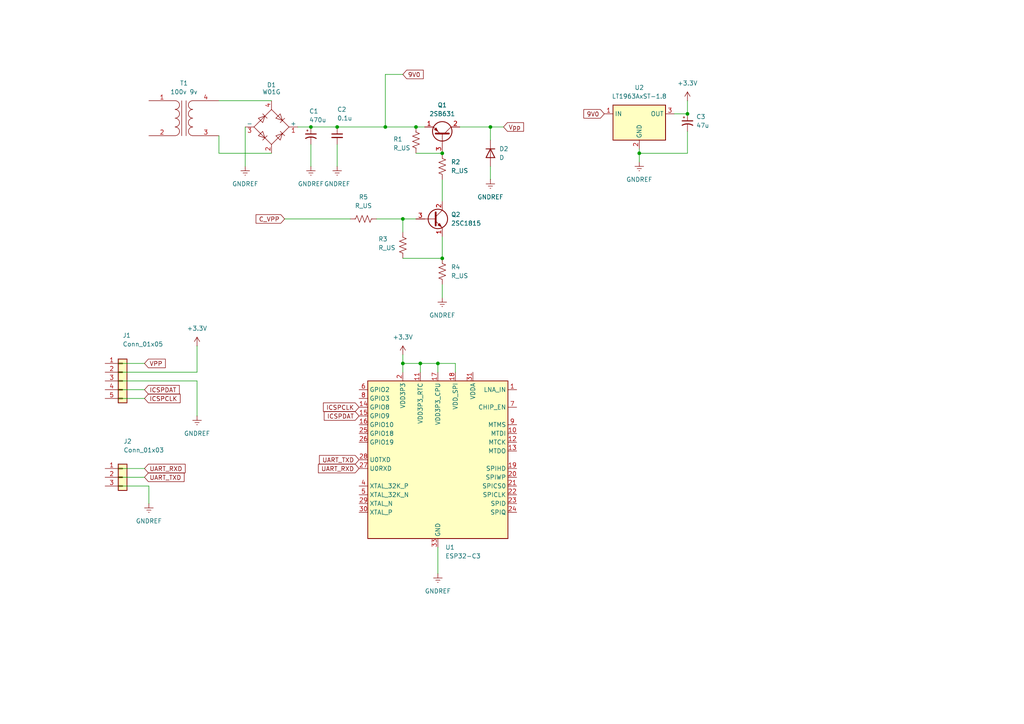
<source format=kicad_sch>
(kicad_sch (version 20250114) (generator "eeschema") (generator_version "9.0")
  (paper "A4")
  (lib_symbols
    (symbol "Connector_Generic:Conn_01x03" (pin_names (offset 1.016) (hide yes))
      (property "Reference" "J" (at 0 5.08 0))
      (property "Value" "Conn_01x03" (at 0 -5.08 0))
      (symbol "Conn_01x03_1_1"
        (rectangle (start -1.27 3.81) (end 1.27 -3.81) (stroke (width 0.254)) (fill (type background)))
        (rectangle (start -1.27 2.667) (end 0 2.413) (stroke (width 0.1524)))
        (rectangle (start -1.27 0.127) (end 0 -0.127) (stroke (width 0.1524)))
        (rectangle (start -1.27 -2.413) (end 0 -2.667) (stroke (width 0.1524)))
        (pin passive line (at -5.08 2.54 0) (length 3.81) (name "Pin_1") (number "1"))
        (pin passive line (at -5.08 0 0) (length 3.81) (name "Pin_2") (number "2"))
        (pin passive line (at -5.08 -2.54 0) (length 3.81) (name "Pin_3") (number "3"))
      )
    )
    (symbol "Connector_Generic:Conn_01x05" (pin_names (offset 1.016) (hide yes))
      (property "Reference" "J" (at 0 7.62 0))
      (property "Value" "Conn_01x05" (at 0 -7.62 0))
      (symbol "Conn_01x05_1_1"
        (rectangle (start -1.27 6.35) (end 1.27 -6.35) (stroke (width 0.254)) (fill (type background)))
        (rectangle (start -1.27 5.207) (end 0 4.953) (stroke (width 0.1524)))
        (rectangle (start -1.27 2.667) (end 0 2.413) (stroke (width 0.1524)))
        (rectangle (start -1.27 0.127) (end 0 -0.127) (stroke (width 0.1524)))
        (rectangle (start -1.27 -2.413) (end 0 -2.667) (stroke (width 0.1524)))
        (rectangle (start -1.27 -4.953) (end 0 -5.207) (stroke (width 0.1524)))
        (pin passive line (at -5.08 5.08 0) (length 3.81) (name "Pin_1") (number "1"))
        (pin passive line (at -5.08 2.54 0) (length 3.81) (name "Pin_2") (number "2"))
        (pin passive line (at -5.08 0 0) (length 3.81) (name "Pin_3") (number "3"))
        (pin passive line (at -5.08 -2.54 0) (length 3.81) (name "Pin_4") (number "4"))
        (pin passive line (at -5.08 -5.08 0) (length 3.81) (name "Pin_5") (number "5"))
      )
    )
    (symbol "Device:C_Polarized_Small_US" (pin_numbers (hide yes)) (pin_names (offset 0.254) (hide yes))
      (property "Reference" "C" (at 0.254 1.778 0))
      (property "Value" "C_Polarized_Small_US" (at 0.254 -2.032 0))
      (symbol "C_Polarized_Small_US_0_1"
        (polyline (pts (xy -1.524 0.508) (xy 1.524 0.508)) (stroke (width 0.3048)))
        (polyline (pts (xy -1.27 1.524) (xy -0.762 1.524)))
        (polyline (pts (xy -1.016 1.27) (xy -1.016 1.778)))
        (arc (start -1.524 -0.762) (mid 0 -0.3734) (end 1.524 -0.762) (stroke (width 0.3048)))
      )
      (symbol "C_Polarized_Small_US_1_1"
        (pin passive line (at 0 2.54 270) (length 2.032) (name "~") (number "1"))
        (pin passive line (at 0 -2.54 90) (length 2.032) (name "~") (number "2"))
      )
    )
    (symbol "Device:C_Small" (pin_numbers (hide yes)) (pin_names (offset 0.254) (hide yes))
      (property "Reference" "C" (at 0.254 1.778 0))
      (property "Value" "C_Small" (at 0.254 -2.032 0))
      (symbol "C_Small_0_1"
        (polyline (pts (xy -1.524 0.508) (xy 1.524 0.508)) (stroke (width 0.3048)))
        (polyline (pts (xy -1.524 -0.508) (xy 1.524 -0.508)) (stroke (width 0.3302)))
      )
      (symbol "C_Small_1_1"
        (pin passive line (at 0 2.54 270) (length 2.032) (name "~") (number "1"))
        (pin passive line (at 0 -2.54 90) (length 2.032) (name "~") (number "2"))
      )
    )
    (symbol "Device:D" (pin_numbers (hide yes)) (pin_names (offset 1.016) (hide yes))
      (property "Reference" "D" (at 0 2.54 0))
      (property "Value" "D" (at 0 -2.54 0))
      (symbol "D_0_1"
        (polyline (pts (xy -1.27 1.27) (xy -1.27 -1.27)) (stroke (width 0.254)))
        (polyline (pts (xy 1.27 1.27) (xy 1.27 -1.27) (xy -1.27 0) (xy 1.27 1.27)) (stroke (width 0.254)))
        (polyline (pts (xy 1.27 0) (xy -1.27 0)))
      )
      (symbol "D_1_1"
        (pin passive line (at -3.81 0 0) (length 2.54) (name "K") (number "1"))
        (pin passive line (at 3.81 0 180) (length 2.54) (name "A") (number "2"))
      )
    )
    (symbol "Device:R_US" (pin_numbers (hide yes)) (pin_names (offset 0))
      (property "Reference" "R" (at 2.54 0 90))
      (property "Value" "R_US" (at -2.54 0 90))
      (symbol "R_US_0_1"
        (polyline (pts (xy 0 2.286) (xy 0 2.54)))
        (polyline (pts (xy 0 2.286) (xy 1.016 1.905) (xy 0 1.524) (xy -1.016 1.143) (xy 0 0.762)))
        (polyline (pts (xy 0 0.762) (xy 1.016 0.381) (xy 0 0) (xy -1.016 -0.381) (xy 0 -0.762)))
        (polyline (pts (xy 0 -0.762) (xy 1.016 -1.143) (xy 0 -1.524) (xy -1.016 -1.905) (xy 0 -2.286)))
        (polyline (pts (xy 0 -2.286) (xy 0 -2.54)))
      )
      (symbol "R_US_1_1"
        (pin passive line (at 0 3.81 270) (length 1.27) (name "~") (number "1"))
        (pin passive line (at 0 -3.81 90) (length 1.27) (name "~") (number "2"))
      )
    )
    (symbol "Device:Transformer_1P_1S" (pin_names (offset 1.016) (hide yes))
      (property "Reference" "T" (at 0 6.35 0))
      (property "Value" "Transformer_1P_1S" (at 0 -7.62 0))
      (symbol "Transformer_1P_1S_0_1"
        (arc (start -1.27 3.81) (mid -1.656 2.9336) (end -2.54 2.5654))
        (arc (start -1.27 1.27) (mid -1.656 0.3936) (end -2.54 0.0254))
        (arc (start -1.27 -1.27) (mid -1.656 -2.1464) (end -2.54 -2.5146))
        (arc (start -1.27 -3.81) (mid -1.656 -4.6864) (end -2.54 -5.0546))
        (arc (start -2.54 5.08) (mid -1.642 4.708) (end -1.27 3.81))
        (arc (start -2.54 2.54) (mid -1.642 2.168) (end -1.27 1.27))
        (arc (start -2.54 0) (mid -1.642 -0.372) (end -1.27 -1.27))
        (arc (start -2.54 -2.54) (mid -1.642 -2.912) (end -1.27 -3.81))
        (polyline (pts (xy -0.635 5.08) (xy -0.635 -5.08)))
        (polyline (pts (xy 0.635 -5.08) (xy 0.635 5.08)))
        (arc (start 1.2954 3.81) (mid 1.6457 4.7117) (end 2.54 5.08))
        (arc (start 1.2954 1.27) (mid 1.6457 2.1717) (end 2.54 2.54))
        (arc (start 1.2954 -1.27) (mid 1.6457 -0.3683) (end 2.54 0))
        (arc (start 2.54 2.5654) (mid 1.6599 2.9299) (end 1.2954 3.81))
        (arc (start 2.54 0.0254) (mid 1.6599 0.3899) (end 1.2954 1.27))
        (arc (start 2.54 -2.5146) (mid 1.6599 -2.1501) (end 1.2954 -1.27))
        (arc (start 1.3208 -3.81) (mid 1.6711 -2.9085) (end 2.5654 -2.54))
        (arc (start 2.5654 -5.0546) (mid 1.6851 -4.6902) (end 1.3208 -3.81))
      )
      (symbol "Transformer_1P_1S_1_1"
        (pin passive line (at -10.16 5.08 0) (length 7.62) (name "AA") (number "1"))
        (pin passive line (at -10.16 -5.08 0) (length 7.62) (name "AB") (number "2"))
        (pin passive line (at 10.16 5.08 180) (length 7.62) (name "SB") (number "4"))
        (pin passive line (at 10.16 -5.08 180) (length 7.62) (name "SA") (number "3"))
      )
    )
    (symbol "Diode_Bridge:W01G" (pin_names (offset 0))
      (property "Reference" "D" (at 2.54 6.985 0))
      (property "Value" "W01G" (at 2.54 5.08 0))
      (symbol "W01G_0_1"
        (polyline (pts (xy -5.08 0) (xy 0 -5.08) (xy 5.08 0) (xy 0 5.08) (xy -5.08 0)))
        (polyline (pts (xy -3.81 2.54) (xy -2.54 1.27) (xy -1.905 3.175) (xy -3.81 2.54)))
        (polyline (pts (xy -2.54 3.81) (xy -1.27 2.54)))
        (polyline (pts (xy -2.54 -1.27) (xy -3.81 -2.54) (xy -1.905 -3.175) (xy -2.54 -1.27)))
        (polyline (pts (xy -1.27 -2.54) (xy -2.54 -3.81)))
        (polyline (pts (xy 1.27 2.54) (xy 2.54 3.81) (xy 3.175 1.905) (xy 1.27 2.54)))
        (polyline (pts (xy 2.54 1.27) (xy 3.81 2.54)))
        (polyline (pts (xy 2.54 -1.27) (xy 3.81 -2.54)))
        (polyline (pts (xy 3.175 -1.905) (xy 1.27 -2.54) (xy 2.54 -3.81) (xy 3.175 -1.905)))
      )
      (symbol "W01G_1_1"
        (pin passive line (at -7.62 0 0) (length 2.54) (name "-") (number "3"))
        (pin passive line (at 0 7.62 270) (length 2.54) (name "~") (number "4"))
        (pin passive line (at 0 -7.62 90) (length 2.54) (name "~") (number "2"))
        (pin passive line (at 7.62 0 180) (length 2.54) (name "+") (number "1"))
      )
    )
    (symbol "MCU_Espressif:ESP32-C3"
      (property "Reference" "U" (at -17.272 23.876 0))
      (property "Value" "ESP32-C3" (at 16.256 23.876 0))
      (symbol "ESP32-C3_1_1"
        (rectangle (start -20.32 22.86) (end 20.32 -22.86) (stroke (width 0.254)) (fill (type background)))
        (pin bidirectional line (at -22.86 20.32 0) (length 2.54) (name "GPIO2") (number "6"))
        (pin bidirectional line (at -22.86 17.78 0) (length 2.54) (name "GPIO3") (number "8"))
        (pin bidirectional line (at -22.86 15.24 0) (length 2.54) (name "GPIO8") (number "14"))
        (pin bidirectional line (at -22.86 12.7 0) (length 2.54) (name "GPIO9") (number "15"))
        (pin bidirectional line (at -22.86 10.16 0) (length 2.54) (name "GPIO10") (number "16"))
        (pin bidirectional line (at -22.86 7.62 0) (length 2.54) (name "GPIO18") (number "25"))
        (pin bidirectional line (at -22.86 5.08 0) (length 2.54) (name "GPIO19") (number "26"))
        (pin bidirectional line (at -22.86 0 0) (length 2.54) (name "U0TXD") (number "28"))
        (pin bidirectional line (at -22.86 -2.54 0) (length 2.54) (name "U0RXD") (number "27"))
        (pin bidirectional line (at -22.86 -7.62 0) (length 2.54) (name "XTAL_32K_P") (number "4"))
        (pin bidirectional line (at -22.86 -10.16 0) (length 2.54) (name "XTAL_32K_N") (number "5"))
        (pin bidirectional line (at -22.86 -12.7 0) (length 2.54) (name "XTAL_N") (number "29"))
        (pin bidirectional line (at -22.86 -15.24 0) (length 2.54) (name "XTAL_P") (number "30"))
        (pin power_in line (at -10.16 25.4 270) (length 2.54) (name "VDD3P3") (number "2"))
        (pin passive line (at -10.16 25.4 270) (length 2.54) (hide yes) (name "VDD3P3") (number "3"))
        (pin power_in line (at -5.08 25.4 270) (length 2.54) (name "VDD3P3_RTC") (number "11"))
        (pin power_in line (at 0 25.4 270) (length 2.54) (name "VDD3P3_CPU") (number "17"))
        (pin power_in line (at 0 -25.4 90) (length 2.54) (name "GND") (number "33"))
        (pin power_out line (at 5.08 25.4 270) (length 2.54) (name "VDD_SPI") (number "18"))
        (pin power_in line (at 10.16 25.4 270) (length 2.54) (name "VDDA") (number "31"))
        (pin passive line (at 10.16 25.4 270) (length 2.54) (hide yes) (name "VDDA") (number "32"))
        (pin bidirectional line (at 22.86 20.32 180) (length 2.54) (name "LNA_IN") (number "1"))
        (pin bidirectional line (at 22.86 15.24 180) (length 2.54) (name "CHIP_EN") (number "7"))
        (pin bidirectional line (at 22.86 10.16 180) (length 2.54) (name "MTMS") (number "9"))
        (pin bidirectional line (at 22.86 7.62 180) (length 2.54) (name "MTDI") (number "10"))
        (pin bidirectional line (at 22.86 5.08 180) (length 2.54) (name "MTCK") (number "12"))
        (pin bidirectional line (at 22.86 2.54 180) (length 2.54) (name "MTDO") (number "13"))
        (pin bidirectional line (at 22.86 -2.54 180) (length 2.54) (name "SPIHD") (number "19"))
        (pin bidirectional line (at 22.86 -5.08 180) (length 2.54) (name "SPIWP") (number "20"))
        (pin bidirectional line (at 22.86 -7.62 180) (length 2.54) (name "SPICS0") (number "21"))
        (pin bidirectional line (at 22.86 -10.16 180) (length 2.54) (name "SPICLK") (number "22"))
        (pin bidirectional line (at 22.86 -12.7 180) (length 2.54) (name "SPID") (number "23"))
        (pin bidirectional line (at 22.86 -15.24 180) (length 2.54) (name "SPIQ") (number "24"))
      )
    )
    (symbol "Regulator_Linear:LT1963AxST-1.8"
      (property "Reference" "U" (at -7.62 6.35 0))
      (property "Value" "LT1963AxST-1.8" (at -1.27 6.35 0))
      (symbol "LT1963AxST-1.8_0_1"
        (rectangle (start -7.62 5.08) (end 7.62 -5.08) (stroke (width 0.254)) (fill (type background)))
      )
      (symbol "LT1963AxST-1.8_1_1"
        (pin power_in line (at -10.16 2.54 0) (length 2.54) (name "IN") (number "1"))
        (pin power_in line (at 0 -7.62 90) (length 2.54) (name "GND") (number "2"))
        (pin power_out line (at 10.16 2.54 180) (length 2.54) (name "OUT") (number "3"))
      )
    )
    (symbol "Transistor_BJT:2SB631" (pin_names (offset 0) (hide yes))
      (property "Reference" "Q" (at 5.08 1.905 0))
      (property "Value" "2SB631" (at 5.08 0 0))
      (symbol "2SB631_0_1"
        (polyline (pts (xy -2.54 0) (xy 0.635 0)))
        (polyline (pts (xy 0.635 1.905) (xy 0.635 -1.905)) (stroke (width 0.508)))
        (polyline (pts (xy 0.635 0.635) (xy 2.54 2.54)))
        (polyline (pts (xy 0.635 -0.635) (xy 2.54 -2.54)))
        (circle (center 1.27 0) (radius 2.8194) (stroke (width 0.254)))
        (polyline (pts (xy 2.286 -1.778) (xy 1.778 -2.286) (xy 1.27 -1.27) (xy 2.286 -1.778)) (fill (type outline)))
      )
      (symbol "2SB631_1_1"
        (pin input line (at -5.08 0 0) (length 2.54) (name "B") (number "3"))
        (pin passive line (at 2.54 5.08 270) (length 2.54) (name "C") (number "2"))
        (pin passive line (at 2.54 -5.08 90) (length 2.54) (name "E") (number "1"))
      )
    )
    (symbol "Transistor_BJT:2SC1815" (pin_names (offset 0) (hide yes))
      (property "Reference" "Q" (at 5.08 1.905 0))
      (property "Value" "2SC1815" (at 5.08 0 0))
      (symbol "2SC1815_0_1"
        (polyline (pts (xy -2.54 0) (xy 0.635 0)))
        (polyline (pts (xy 0.635 1.905) (xy 0.635 -1.905)) (stroke (width 0.508)))
        (circle (center 1.27 0) (radius 2.8194) (stroke (width 0.254)))
      )
      (symbol "2SC1815_1_1"
        (polyline (pts (xy 0.635 0.635) (xy 2.54 2.54)))
        (polyline (pts (xy 0.635 -0.635) (xy 2.54 -2.54)))
        (polyline (pts (xy 1.27 -1.778) (xy 1.778 -1.27) (xy 2.286 -2.286) (xy 1.27 -1.778)) (fill (type outline)))
        (pin input line (at -5.08 0 0) (length 2.54) (name "B") (number "3"))
        (pin passive line (at 2.54 5.08 270) (length 2.54) (name "C") (number "2"))
        (pin passive line (at 2.54 -5.08 90) (length 2.54) (name "E") (number "1"))
      )
    )
    (symbol "power:+3.3V" (power) (pin_numbers (hide yes)) (pin_names (offset 0) (hide yes))
      (property "Value" "+3.3V" (at 0 3.556 0))
      (symbol "+3.3V_0_1"
        (polyline (pts (xy -0.762 1.27) (xy 0 2.54)))
        (polyline (pts (xy 0 2.54) (xy 0.762 1.27)))
        (polyline (pts (xy 0 0) (xy 0 2.54)))
      )
      (symbol "+3.3V_1_1"
        (pin power_in line (at 0 0 90) (length 0) (name "~") (number "1"))
      )
    )
    (symbol "power:GNDREF" (power) (pin_numbers (hide yes)) (pin_names (offset 0) (hide yes))
      (property "Value" "GNDREF" (at 0 -3.81 0))
      (symbol "GNDREF_0_1"
        (polyline (pts (xy -0.635 -1.905) (xy 0.635 -1.905)))
        (polyline (pts (xy -0.127 -2.54) (xy 0.127 -2.54)))
        (polyline (pts (xy 0 -1.27) (xy 0 0)))
        (polyline (pts (xy 1.27 -1.27) (xy -1.27 -1.27)))
      )
      (symbol "GNDREF_1_1"
        (pin power_in line (at 0 0 270) (length 0) (name "~") (number "1"))
      )
    )
  )
  (junction (at 185.42 44.45))
  (junction (at 116.84 63.5))
  (junction (at 116.84 105.41))
  (junction (at 97.79 36.83))
  (junction (at 128.27 44.45))
  (junction (at 90.17 36.83))
  (junction (at 121.92 105.41))
  (junction (at 120.65 36.83))
  (junction (at 142.24 36.83))
  (junction (at 128.27 74.93))
  (junction (at 199.39 33.02))
  (junction (at 127 105.41))
  (junction (at 111.76 36.83))
  (wire (pts (xy 127 105.41) (xy 132.08 105.41)))
  (wire (pts (xy 116.84 63.5) (xy 120.65 63.5)))
  (wire (pts (xy 97.79 36.83) (xy 111.76 36.83)))
  (wire (pts (xy 142.24 36.83) (xy 142.24 40.64)))
  (wire (pts (xy 90.17 36.83) (xy 97.79 36.83)))
  (wire (pts (xy 86.36 36.83) (xy 90.17 36.83)))
  (wire (pts (xy 82.55 63.5) (xy 101.6 63.5)))
  (wire (pts (xy 34.29 138.43) (xy 41.91 138.43)))
  (wire (pts (xy 146.05 36.83) (xy 142.24 36.83)))
  (wire (pts (xy 120.65 44.45) (xy 128.27 44.45)))
  (wire (pts (xy 63.5 39.37) (xy 63.5 44.45)))
  (wire (pts (xy 185.42 44.45) (xy 199.39 44.45)))
  (wire (pts (xy 111.76 36.83) (xy 111.76 21.59)))
  (wire (pts (xy 34.29 135.89) (xy 41.91 135.89)))
  (wire (pts (xy 121.92 105.41) (xy 127 105.41)))
  (wire (pts (xy 199.39 33.02) (xy 199.39 29.21)))
  (wire (pts (xy 34.29 115.57) (xy 41.91 115.57)))
  (wire (pts (xy 111.76 36.83) (xy 120.65 36.83)))
  (wire (pts (xy 128.27 82.55) (xy 128.27 86.36)))
  (wire (pts (xy 116.84 63.5) (xy 116.84 67.31)))
  (wire (pts (xy 111.76 21.59) (xy 116.84 21.59)))
  (wire (pts (xy 109.22 63.5) (xy 116.84 63.5)))
  (wire (pts (xy 34.29 110.49) (xy 57.15 110.49)))
  (wire (pts (xy 34.29 140.97) (xy 43.18 140.97)))
  (wire (pts (xy 34.29 107.95) (xy 57.15 107.95)))
  (wire (pts (xy 195.58 33.02) (xy 199.39 33.02)))
  (wire (pts (xy 34.29 113.03) (xy 41.91 113.03)))
  (wire (pts (xy 127 105.41) (xy 127 107.95)))
  (wire (pts (xy 185.42 44.45) (xy 185.42 46.99)))
  (wire (pts (xy 120.65 36.83) (xy 123.19 36.83)))
  (wire (pts (xy 71.12 36.83) (xy 71.12 48.26)))
  (wire (pts (xy 142.24 36.83) (xy 133.35 36.83)))
  (wire (pts (xy 90.17 41.91) (xy 90.17 48.26)))
  (wire (pts (xy 128.27 68.58) (xy 128.27 74.93)))
  (wire (pts (xy 142.24 48.26) (xy 142.24 52.07)))
  (wire (pts (xy 199.39 44.45) (xy 199.39 38.1)))
  (wire (pts (xy 132.08 105.41) (xy 132.08 107.95)))
  (wire (pts (xy 127 158.75) (xy 127 166.37)))
  (wire (pts (xy 63.5 44.45) (xy 78.74 44.45)))
  (wire (pts (xy 121.92 105.41) (xy 121.92 107.95)))
  (wire (pts (xy 128.27 52.07) (xy 128.27 58.42)))
  (wire (pts (xy 57.15 107.95) (xy 57.15 100.33)))
  (wire (pts (xy 116.84 102.87) (xy 116.84 105.41)))
  (wire (pts (xy 63.5 29.21) (xy 78.74 29.21)))
  (wire (pts (xy 185.42 43.18) (xy 185.42 44.45)))
  (wire (pts (xy 116.84 105.41) (xy 116.84 107.95)))
  (wire (pts (xy 34.29 105.41) (xy 41.91 105.41)))
  (wire (pts (xy 43.18 140.97) (xy 43.18 146.05)))
  (wire (pts (xy 57.15 110.49) (xy 57.15 120.65)))
  (wire (pts (xy 97.79 41.91) (xy 97.79 48.26)))
  (wire (pts (xy 128.27 74.93) (xy 116.84 74.93)))
  (wire (pts (xy 116.84 105.41) (xy 121.92 105.41)))
  (global_label "9V0" (shape input) (at 116.84 21.59 0) (property "Intersheetrefs" "${INTERSHEET_REFS}" (effects (hide yes))))
  (global_label "VPP" (shape input) (at 41.91 105.41 0) (property "Intersheetrefs" "${INTERSHEET_REFS}" (effects (hide yes))))
  (global_label "9V0" (shape input) (at 175.26 33.02 180) (property "Intersheetrefs" "${INTERSHEET_REFS}" (effects (hide yes))))
  (global_label "ICSPDAT" (shape input) (at 104.14 120.65 180) (property "Intersheetrefs" "${INTERSHEET_REFS}" (effects (hide yes))))
  (global_label "UART_TXD" (shape input) (at 104.14 133.35 180) (property "Intersheetrefs" "${INTERSHEET_REFS}" (effects (hide yes))))
  (global_label "ICSPCLK" (shape input) (at 104.14 118.11 180) (property "Intersheetrefs" "${INTERSHEET_REFS}" (effects (hide yes))))
  (global_label "UART_RXD" (shape input) (at 104.14 135.89 180) (property "Intersheetrefs" "${INTERSHEET_REFS}" (effects (hide yes))))
  (global_label "UART_RXD" (shape input) (at 41.91 135.89 0) (property "Intersheetrefs" "${INTERSHEET_REFS}" (effects (hide yes))))
  (global_label "Vpp" (shape input) (at 146.05 36.83 0) (property "Intersheetrefs" "${INTERSHEET_REFS}" (effects (hide yes))))
  (global_label "UART_TXD" (shape input) (at 41.91 138.43 0) (property "Intersheetrefs" "${INTERSHEET_REFS}" (effects (hide yes))))
  (global_label "C_VPP" (shape input) (at 82.55 63.5 180) (property "Intersheetrefs" "${INTERSHEET_REFS}" (effects (hide yes))))
  (global_label "ICSPDAT" (shape input) (at 41.91 113.03 0) (property "Intersheetrefs" "${INTERSHEET_REFS}" (effects (hide yes))))
  (global_label "ICSPCLK" (shape input) (at 41.91 115.57 0) (property "Intersheetrefs" "${INTERSHEET_REFS}" (effects (hide yes))))
  (symbol (lib_id "power:GNDREF") (at 142.24 52.07 0) (unit 1)
    (property "Reference" "#PWR012" (effects (hide yes)))
    (property "Value" "GNDREF" (at 142.24 57.15 0))
    (property "Description" "Power symbol creates a global label with name \"GNDREF\" , reference supply ground" (effects (hide yes)))
  )
  (symbol (lib_id "Device:C_Polarized_Small_US") (at 90.17 39.37 0) (unit 1)
    (property "Reference" "C1" (at 89.662 32.258 0) (effects (justify left)))
    (property "Value" "470u" (at 89.662 34.798 0) (effects (justify left)))
    (property "Description" "Polarized capacitor, small US symbol" (effects (hide yes)))
  )
  (symbol (lib_id "Connector_Generic:Conn_01x05") (at 35.56 110.49 0) (unit 1)
    (property "Reference" "J1" (at 35.56 97.282 0) (effects (justify left)))
    (property "Value" "Conn_01x05" (at 35.56 99.822 0) (effects (justify left)))
    (property "Description" "Generic connector, single row, 01x05, script generated (kicad-library-utils/schlib/autogen/connector/)" (effects (hide yes)))
  )
  (symbol (lib_id "power:GNDREF") (at 185.42 46.99 0) (unit 1)
    (property "Reference" "#PWR08" (effects (hide yes)))
    (property "Value" "GNDREF" (at 185.42 52.07 0))
    (property "Description" "Power symbol creates a global label with name \"GNDREF\" , reference supply ground" (effects (hide yes)))
  )
  (symbol (lib_id "Transistor_BJT:2SB631") (at 128.27 39.37 270) (mirror x) (unit 1)
    (property "Reference" "Q1" (at 128.27 30.48 90))
    (property "Value" "2SB631" (at 128.27 33.02 90))
    (property "Footprint" "Package_TO_SOT_THT:TO-126-3_Vertical" (effects (hide yes)))
    (property "Datasheet" "http://pdf.datasheetcatalog.com/datasheet/sanyo/ds_pdf_e/2SB631.pdf" (effects (hide yes)))
    (property "Description" "-1A Ic, -100V Vce, High Voltage Power PNP Transistor, TO-126" (effects (hide yes)))
  )
  (symbol (lib_id "Device:R_US") (at 105.41 63.5 90) (unit 1)
    (property "Reference" "R5" (at 105.41 57.15 90))
    (property "Value" "R_US" (at 105.41 59.69 90))
    (property "Description" "Resistor, US symbol" (effects (hide yes)))
  )
  (symbol (lib_id "power:GNDREF") (at 128.27 86.36 0) (unit 1)
    (property "Reference" "#PWR04" (effects (hide yes)))
    (property "Value" "GNDREF" (at 128.27 91.44 0))
    (property "Description" "Power symbol creates a global label with name \"GNDREF\" , reference supply ground" (effects (hide yes)))
  )
  (symbol (lib_id "power:GNDREF") (at 57.15 120.65 0) (unit 1)
    (property "Reference" "#PWR010" (effects (hide yes)))
    (property "Value" "GNDREF" (at 57.15 125.73 0))
    (property "Description" "Power symbol creates a global label with name \"GNDREF\" , reference supply ground" (effects (hide yes)))
  )
  (symbol (lib_id "power:+3.3V") (at 116.84 102.87 0) (unit 1)
    (property "Reference" "#PWR05" (effects (hide yes)))
    (property "Value" "+3.3V" (at 116.84 97.79 0))
    (property "Description" "Power symbol creates a global label with name \"+3.3V\"" (effects (hide yes)))
  )
  (symbol (lib_id "Device:R_US") (at 120.65 40.64 0) (unit 1)
    (property "Reference" "R1" (at 114.046 40.386 0) (effects (justify left)))
    (property "Value" "R_US" (at 114.046 42.926 0) (effects (justify left)))
    (property "Description" "Resistor, US symbol" (effects (hide yes)))
  )
  (symbol (lib_id "Device:C_Small") (at 97.79 39.37 0) (unit 1)
    (property "Reference" "C2" (at 97.79 31.75 0) (effects (justify left)))
    (property "Value" "0.1u" (at 97.79 34.29 0) (effects (justify left)))
    (property "Description" "Unpolarized capacitor, small symbol" (effects (hide yes)))
  )
  (symbol (lib_id "Diode_Bridge:W01G") (at 78.74 36.83 0) (unit 1)
    (property "Reference" "D1" (at 78.74 24.638 0))
    (property "Value" "W01G" (at 78.74 26.67 0))
    (property "Footprint" "Diode_THT:Diode_Bridge_Round_D9.8mm" (effects (hide yes)))
    (property "Datasheet" "https://www.vishay.com/docs/88769/woo5g.pdf" (effects (hide yes)))
    (property "Description" "Glass Passivated Single-Phase Bridge Rectifier, 70V Vrms, 1.5A If, WOG package" (effects (hide yes)))
  )
  (symbol (lib_id "Device:D") (at 142.24 44.45 270) (unit 1)
    (property "Reference" "D2" (at 144.78 43.1799 90) (effects (justify left)))
    (property "Value" "D" (at 144.78 45.7199 90) (effects (justify left)))
    (property "Description" "Diode" (effects (hide yes)))
    (property "Sim.Device" "D" (effects (hide yes)))
    (property "Sim.Pins" "1=K 2=A" (effects (hide yes)))
  )
  (symbol (lib_id "power:GNDREF") (at 43.18 146.05 0) (unit 1)
    (property "Reference" "#PWR011" (effects (hide yes)))
    (property "Value" "GNDREF" (at 43.18 151.13 0))
    (property "Description" "Power symbol creates a global label with name \"GNDREF\" , reference supply ground" (effects (hide yes)))
  )
  (symbol (lib_id "Device:C_Polarized_Small_US") (at 199.39 35.56 0) (unit 1)
    (property "Reference" "C3" (at 201.93 33.8581 0) (effects (justify left)))
    (property "Value" "47u" (at 201.93 36.3981 0) (effects (justify left)))
    (property "Description" "Polarized capacitor, small US symbol" (effects (hide yes)))
  )
  (symbol (lib_id "Device:Transformer_1P_1S") (at 53.34 34.29 0) (unit 1)
    (property "Reference" "T1" (at 53.3527 24.13 0))
    (property "Value" "100v 9v" (at 53.3527 26.67 0))
    (property "Description" "Transformer, single primary, single secondary" (effects (hide yes)))
  )
  (symbol (lib_id "power:+3.3V") (at 199.39 29.21 0) (unit 1)
    (property "Reference" "#PWR07" (effects (hide yes)))
    (property "Value" "+3.3V" (at 199.39 24.13 0))
    (property "Description" "Power symbol creates a global label with name \"+3.3V\"" (effects (hide yes)))
  )
  (symbol (lib_id "power:GNDREF") (at 71.12 48.26 0) (unit 1)
    (property "Reference" "#PWR01" (effects (hide yes)))
    (property "Value" "GNDREF" (at 71.12 53.34 0))
    (property "Description" "Power symbol creates a global label with name \"GNDREF\" , reference supply ground" (effects (hide yes)))
  )
  (symbol (lib_id "Device:R_US") (at 116.84 71.12 0) (unit 1)
    (property "Reference" "R3" (at 109.728 69.342 0) (effects (justify left)))
    (property "Value" "R_US" (at 109.728 71.882 0) (effects (justify left)))
    (property "Description" "Resistor, US symbol" (effects (hide yes)))
  )
  (symbol (lib_id "Connector_Generic:Conn_01x03") (at 35.56 138.43 0) (unit 1)
    (property "Reference" "J2" (at 35.814 128.016 0) (effects (justify left)))
    (property "Value" "Conn_01x03" (at 35.814 130.556 0) (effects (justify left)))
    (property "Description" "Generic connector, single row, 01x03, script generated (kicad-library-utils/schlib/autogen/connector/)" (effects (hide yes)))
  )
  (symbol (lib_id "power:+3.3V") (at 57.15 100.33 0) (unit 1)
    (property "Reference" "#PWR09" (effects (hide yes)))
    (property "Value" "+3.3V" (at 57.15 95.25 0))
    (property "Description" "Power symbol creates a global label with name \"+3.3V\"" (effects (hide yes)))
  )
  (symbol (lib_id "Device:R_US") (at 128.27 48.26 0) (unit 1)
    (property "Reference" "R2" (at 130.81 46.9899 0) (effects (justify left)))
    (property "Value" "R_US" (at 130.81 49.5299 0) (effects (justify left)))
    (property "Description" "Resistor, US symbol" (effects (hide yes)))
  )
  (symbol (lib_id "power:GNDREF") (at 90.17 48.26 0) (unit 1)
    (property "Reference" "#PWR02" (effects (hide yes)))
    (property "Value" "GNDREF" (at 90.17 53.34 0))
    (property "Description" "Power symbol creates a global label with name \"GNDREF\" , reference supply ground" (effects (hide yes)))
  )
  (symbol (lib_id "Device:R_US") (at 128.27 78.74 0) (unit 1)
    (property "Reference" "R4" (at 130.81 77.4699 0) (effects (justify left)))
    (property "Value" "R_US" (at 130.81 80.0099 0) (effects (justify left)))
    (property "Description" "Resistor, US symbol" (effects (hide yes)))
  )
  (symbol (lib_id "power:GNDREF") (at 127 166.37 0) (unit 1)
    (property "Reference" "#PWR06" (effects (hide yes)))
    (property "Value" "GNDREF" (at 127 171.45 0))
    (property "Description" "Power symbol creates a global label with name \"GNDREF\" , reference supply ground" (effects (hide yes)))
  )
  (symbol (lib_id "Transistor_BJT:2SC1815") (at 125.73 63.5 0) (unit 1)
    (property "Reference" "Q2" (at 130.81 62.2299 0) (effects (justify left)))
    (property "Value" "2SC1815" (at 130.81 64.7699 0) (effects (justify left)))
    (property "Footprint" "Package_TO_SOT_THT:TO-92_Inline" (effects (hide yes)))
    (property "Datasheet" "https://media.digikey.com/pdf/Data%20Sheets/Toshiba%20PDFs/2SC1815.pdf" (effects (hide yes)))
    (property "Description" "0.15A Ic, 50V Vce, Low Noise Audio NPN Transistor, TO-92" (effects (hide yes)))
  )
  (symbol (lib_id "Regulator_Linear:LT1963AxST-1.8") (at 185.42 35.56 0) (unit 1)
    (property "Reference" "U2" (at 185.42 25.4 0))
    (property "Value" "LT1963AxST-1.8" (at 185.42 27.94 0))
    (property "Footprint" "Package_TO_SOT_SMD:SOT-223-3_TabPin2" (effects (hide yes)))
    (property "Datasheet" "https://www.analog.com/media/en/technical-documentation/data-sheets/1963aff.pdf" (effects (hide yes)))
    (property "Description" "1.8V, 1.5A, Low Noise, Fast Transient Response LDO Regulator, SOT-223" (effects (hide yes)))
  )
  (symbol (lib_id "power:GNDREF") (at 97.79 48.26 0) (unit 1)
    (property "Reference" "#PWR03" (effects (hide yes)))
    (property "Value" "GNDREF" (at 97.79 53.34 0))
    (property "Description" "Power symbol creates a global label with name \"GNDREF\" , reference supply ground" (effects (hide yes)))
  )
  (symbol (lib_id "MCU_Espressif:ESP32-C3") (at 127 133.35 0) (unit 1)
    (property "Reference" "U1" (at 129.1433 158.75 0) (effects (justify left)))
    (property "Value" "ESP32-C3" (at 129.1433 161.29 0) (effects (justify left)))
    (property "Footprint" "Package_DFN_QFN:QFN-32-1EP_5x5mm_P0.5mm_EP3.7x3.7mm" (effects (hide yes)))
    (property "Datasheet" "https://www.espressif.com/sites/default/files/documentation/esp32-c3_datasheet_en.pdf" (effects (hide yes)))
    (property "Description" "RF Module, ESP32 SoC, RISC-V, WiFi 802.11b/n/g, Bluetooth LE 5, QFN32" (effects (hide yes)))
  )
)
</source>
